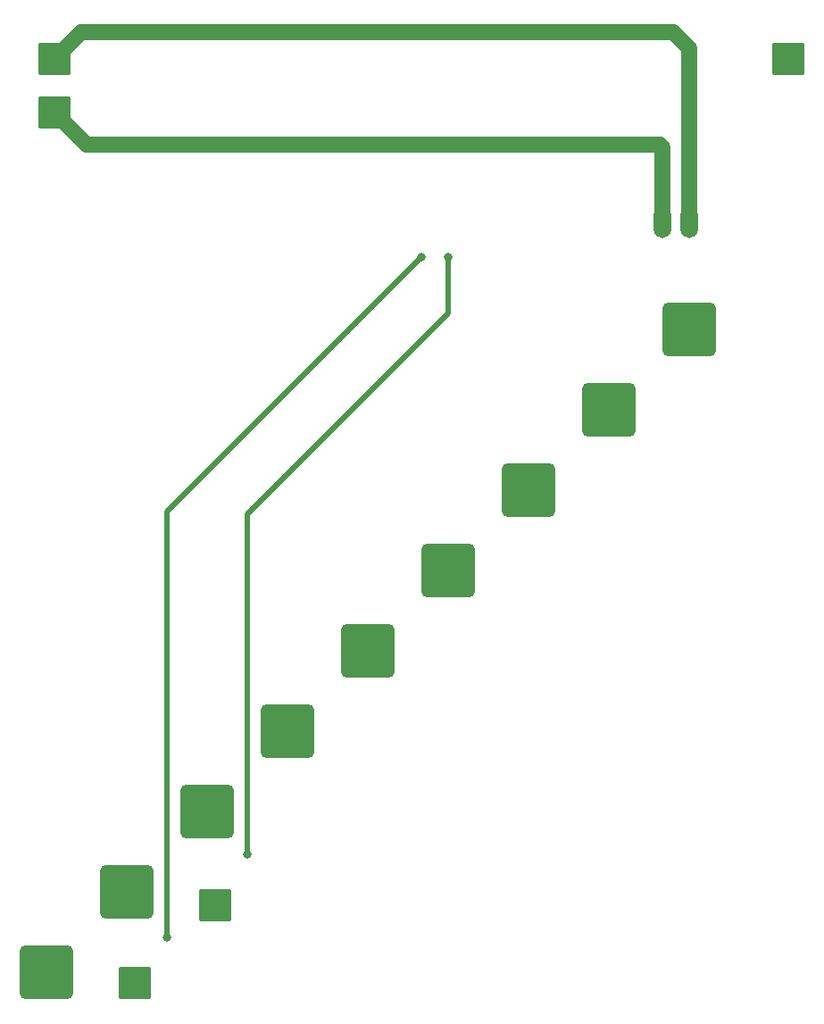
<source format=gtl>
G04 #@! TF.GenerationSoftware,KiCad,Pcbnew,(6.0.8-1)-1*
G04 #@! TF.CreationDate,2023-08-14T14:14:11-03:00*
G04 #@! TF.ProjectId,EMMMA-K-v3.1-Slave,454d4d4d-412d-44b2-9d76-332e312d536c,rev?*
G04 #@! TF.SameCoordinates,Original*
G04 #@! TF.FileFunction,Copper,L1,Top*
G04 #@! TF.FilePolarity,Positive*
%FSLAX46Y46*%
G04 Gerber Fmt 4.6, Leading zero omitted, Abs format (unit mm)*
G04 Created by KiCad (PCBNEW (6.0.8-1)-1) date 2023-08-14 14:14:11*
%MOMM*%
%LPD*%
G01*
G04 APERTURE LIST*
G04 Aperture macros list*
%AMRoundRect*
0 Rectangle with rounded corners*
0 $1 Rounding radius*
0 $2 $3 $4 $5 $6 $7 $8 $9 X,Y pos of 4 corners*
0 Add a 4 corners polygon primitive as box body*
4,1,4,$2,$3,$4,$5,$6,$7,$8,$9,$2,$3,0*
0 Add four circle primitives for the rounded corners*
1,1,$1+$1,$2,$3*
1,1,$1+$1,$4,$5*
1,1,$1+$1,$6,$7*
1,1,$1+$1,$8,$9*
0 Add four rect primitives between the rounded corners*
20,1,$1+$1,$2,$3,$4,$5,0*
20,1,$1+$1,$4,$5,$6,$7,0*
20,1,$1+$1,$6,$7,$8,$9,0*
20,1,$1+$1,$8,$9,$2,$3,0*%
G04 Aperture macros list end*
G04 #@! TA.AperFunction,ComponentPad*
%ADD10RoundRect,0.403225X-2.096775X-2.096775X2.096775X-2.096775X2.096775X2.096775X-2.096775X2.096775X0*%
G04 #@! TD*
G04 #@! TA.AperFunction,ComponentPad*
%ADD11RoundRect,0.249999X-1.300001X-1.300001X1.300001X-1.300001X1.300001X1.300001X-1.300001X1.300001X0*%
G04 #@! TD*
G04 #@! TA.AperFunction,ConnectorPad*
%ADD12O,1.700000X3.000000*%
G04 #@! TD*
G04 #@! TA.AperFunction,ViaPad*
%ADD13C,0.800000*%
G04 #@! TD*
G04 #@! TA.AperFunction,Conductor*
%ADD14C,0.500000*%
G04 #@! TD*
G04 #@! TA.AperFunction,Conductor*
%ADD15C,1.500000*%
G04 #@! TD*
G04 APERTURE END LIST*
D10*
X144780000Y-132080000D03*
X160020000Y-116840000D03*
X198120000Y-78740000D03*
D11*
X145542000Y-50546000D03*
D10*
X167640000Y-109220000D03*
D11*
X160782000Y-125730000D03*
D10*
X182880000Y-93980000D03*
X190500000Y-86360000D03*
D11*
X145542000Y-45466000D03*
D10*
X175260000Y-101600000D03*
D12*
X203200000Y-60960000D03*
X205740000Y-60960000D03*
D10*
X152400000Y-124460000D03*
D11*
X215138000Y-45466000D03*
D10*
X205740000Y-71120000D03*
D11*
X153162000Y-133096000D03*
D13*
X180340000Y-64262000D03*
X156210000Y-128778000D03*
X163830000Y-120904000D03*
X182880000Y-64262000D03*
X203200000Y-60960000D03*
X205740000Y-60960000D03*
D14*
X156210000Y-88392000D02*
X156210000Y-128778000D01*
X156210000Y-88392000D02*
X180340000Y-64262000D01*
X163830000Y-88646000D02*
X163830000Y-120904000D01*
X182880000Y-64262000D02*
X182880000Y-69596000D01*
X164592000Y-87884000D02*
X163830000Y-88646000D01*
X182880000Y-69596000D02*
X164592000Y-87884000D01*
D15*
X148590000Y-53594000D02*
X145542000Y-50546000D01*
D14*
X203200000Y-53848000D02*
X202946000Y-53594000D01*
D15*
X203200000Y-60960000D02*
X203200000Y-53848000D01*
X202946000Y-53594000D02*
X148590000Y-53594000D01*
X205740000Y-44450000D02*
X204216000Y-42926000D01*
X148082000Y-42926000D02*
X145542000Y-45466000D01*
X205740000Y-60960000D02*
X205740000Y-44450000D01*
X204216000Y-42926000D02*
X148082000Y-42926000D01*
M02*

</source>
